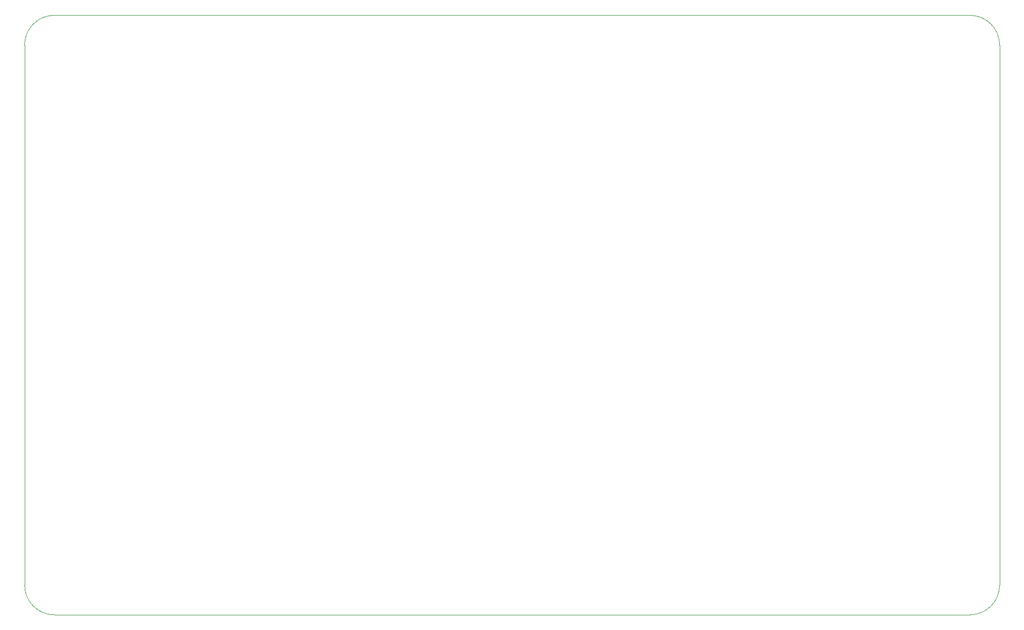
<source format=gbr>
%TF.GenerationSoftware,KiCad,Pcbnew,(5.1.9)-1*%
%TF.CreationDate,2021-08-07T22:14:23+02:00*%
%TF.ProjectId,Arm_Mainboard,41726d5f-4d61-4696-9e62-6f6172642e6b,rev?*%
%TF.SameCoordinates,Original*%
%TF.FileFunction,Profile,NP*%
%FSLAX46Y46*%
G04 Gerber Fmt 4.6, Leading zero omitted, Abs format (unit mm)*
G04 Created by KiCad (PCBNEW (5.1.9)-1) date 2021-08-07 22:14:23*
%MOMM*%
%LPD*%
G01*
G04 APERTURE LIST*
%TA.AperFunction,Profile*%
%ADD10C,0.050000*%
%TD*%
G04 APERTURE END LIST*
D10*
X73100000Y-50000000D02*
X226530020Y-50000010D01*
X68120000Y-145650000D02*
X68110010Y-54999980D01*
X226540000Y-150640000D02*
X73119980Y-150639990D01*
X231530000Y-54990000D02*
X231529990Y-145640020D01*
X73119980Y-150639990D02*
G75*
G02*
X68120000Y-145650000I-9980J4989990D01*
G01*
X68110010Y-54999980D02*
G75*
G02*
X73100000Y-50000000I4989990J9980D01*
G01*
X226530020Y-50000010D02*
G75*
G02*
X231530000Y-54990000I9980J-4989990D01*
G01*
X231529990Y-145640020D02*
G75*
G02*
X226540000Y-150640000I-4989990J-9980D01*
G01*
M02*

</source>
